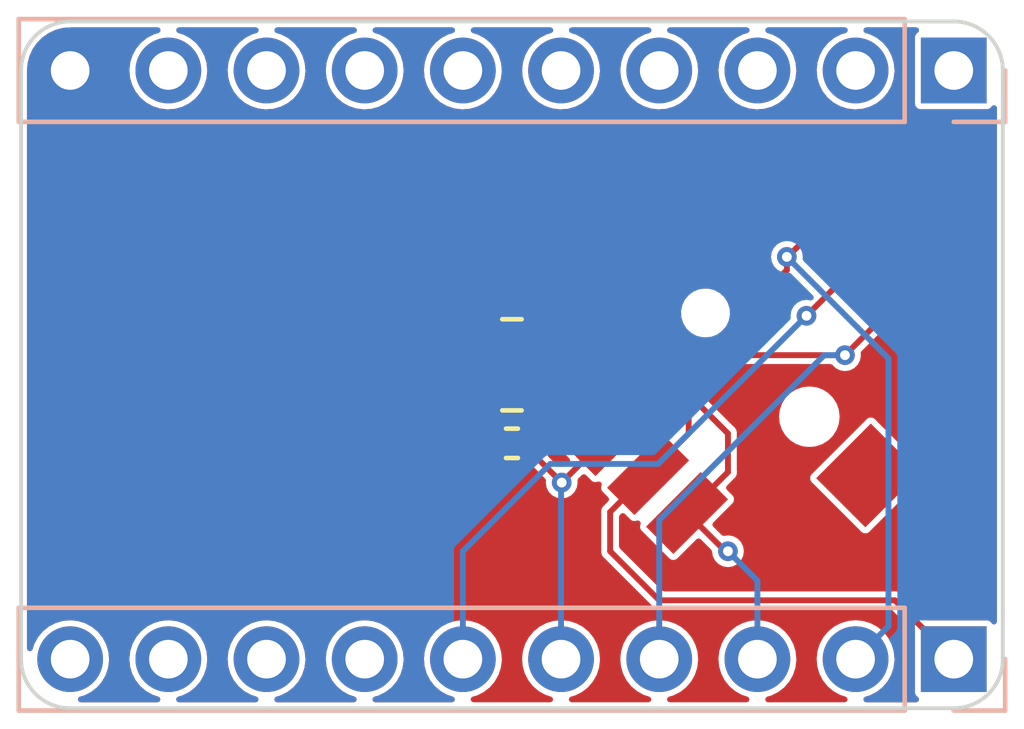
<source format=kicad_pcb>
(kicad_pcb (version 20211014) (generator pcbnew)
  (layers (0 "F.Cu" signal) (31 "B.Cu" signal) (34 "B.Paste" user) (35 "F.Paste" user) (36 "B.SilkS" user "B.Silkscreen") (37 "F.SilkS" user "F.Silkscreen") (38 "B.Mask" user) (39 "F.Mask" user) (44 "Edge.Cuts" user))
  (net 0 "")
  (net 14 "/Joystick/Q_PUSH")
  (net 15 "/Joystick/Q_RIGHT")
  (net 16 "/Joystick/Q_LEFT")
  (net 17 "/Joystick/Q_DOWN")
  (net 18 "/Joystick/Q_UP")
  (net 19 "/Joystick/Q_3V3")
  (net 20 "/Joystick/Q_GND")
  (footprint "KwanSystems:JS1400" (layer "F.Cu") (at 120.65 72.39 45)
    (fp_text reference "S3501" hide)
    (fp_text value "JS1400")
    (fp_rect (start -1 -4.95) (end 1 -3.15) (layer "F.Cu") (width 0.001) (fill solid))
    (fp_rect (start -1 4.95) (end 1 3.15) (layer "F.Cu") (width 0.001) (fill solid))
    (pad "" np_thru_hole circle (at 0 1.9 45) (size 1.05 1.05) (drill 1.05) (layers F&B.Cu *.Mask))
    (pad "" np_thru_hole circle (at 0 -1.9 45) (size 0.75 0.75) (drill 0.75) (layers F&B.Cu *.Mask))
    (pad "A" smd rect (at -4 -1.425 45) (size 2 1) (layers "F.Cu" "F.Paste" "F.Mask") (net 16 "/Joystick/Q_LEFT"))
    (pad "B" smd rect (at 4 -1.425 45) (size 2 1) (layers "F.Cu" "F.Paste" "F.Mask") (net 18 "/Joystick/Q_UP"))
    (pad "C" smd rect (at -4 1.425 45) (size 2 1) (layers "F.Cu" "F.Paste" "F.Mask") (net 17 "/Joystick/Q_DOWN"))
    (pad "COM" smd rect (at 4 0 45) (size 2 1) (layers "F.Cu" "F.Paste" "F.Mask") (net 19 "/Joystick/Q_3V3"))
    (pad "D" smd rect (at 4 1.425 45) (size 2 1) (layers "F.Cu" "F.Paste" "F.Mask") (net 15 "/Joystick/Q_RIGHT"))
    (pad "PUSH" smd rect (at -4 0 45) (size 2 1) (layers "F.Cu" "F.Paste" "F.Mask") (net 14 "/Joystick/Q_PUSH"))
  )
  (footprint "Resistor_SMD:R_0402_1005Metric" (layer "F.Cu") (at 114.3 74.422)
    (fp_text reference "R3502" hide)
    (fp_text value "5.1k" hide)
    (fp_line (start -0.153641 0.38) (end 0.153641 0.38) (layer "F.SilkS") (width 0.12))
    (fp_line (start -0.153641 -0.38) (end 0.153641 -0.38) (layer "F.SilkS") (width 0.12))
    (pad "1" smd roundrect (at -0.51 0) (size 0.54 0.64) (layers "F.Cu" "F.Paste" "F.Mask") (net 20 "/Joystick/Q_GND"))
    (pad "2" smd roundrect (at 0.51 0) (size 0.54 0.64) (layers "F.Cu" "F.Paste" "F.Mask") (net 16 "/Joystick/Q_LEFT"))
  )
  (footprint "KwanSystems:R_Array_Convex_4x0402" (layer "F.Cu") (at 114.3 72.39)
    (fp_text reference "R3501" hide)
    (fp_text value "2.2k" hide)
    (fp_line (start 0.25 -1.18) (end -0.25 -1.18) (layer "F.SilkS") (width 0.12))
    (fp_line (start 0.25 1.18) (end -0.25 1.18) (layer "F.SilkS") (width 0.12))
    (pad "1" smd rect (at -0.5 -0.8) (size 0.5 0.4) (layers "F.Cu" "F.Paste" "F.Mask") (net 20 "/Joystick/Q_GND"))
    (pad "2" smd rect (at -0.5 -0.25) (size 0.5 0.3) (layers "F.Cu" "F.Paste" "F.Mask") (net 20 "/Joystick/Q_GND"))
    (pad "3" smd rect (at -0.5 0.25) (size 0.5 0.3) (layers "F.Cu" "F.Paste" "F.Mask") (net 20 "/Joystick/Q_GND"))
    (pad "4" smd rect (at -0.5 0.8) (size 0.5 0.4) (layers "F.Cu" "F.Paste" "F.Mask") (net 20 "/Joystick/Q_GND"))
    (pad "5" smd rect (at 0.5 0.8) (size 0.5 0.4) (layers "F.Cu" "F.Paste" "F.Mask") (net 14 "/Joystick/Q_PUSH"))
    (pad "6" smd rect (at 0.5 0.25) (size 0.5 0.3) (layers "F.Cu" "F.Paste" "F.Mask") (net 17 "/Joystick/Q_DOWN"))
    (pad "7" smd rect (at 0.5 -0.25) (size 0.5 0.3) (layers "F.Cu" "F.Paste" "F.Mask") (net 15 "/Joystick/Q_RIGHT"))
    (pad "8" smd rect (at 0.5 -0.8) (size 0.5 0.4) (layers "F.Cu" "F.Paste" "F.Mask") (net 18 "/Joystick/Q_UP"))
  )
  (footprint "Connector_PinHeader_2.54mm:PinHeader_1x10_P2.54mm_Vertical" (layer "B.Cu") (at 125.73 80.01 90)
    (fp_text reference "J3501" hide)
    (fp_text value "Conn_01x10" hide)
    (fp_line (start -1.33 -1.27) (end 1.33 -1.27) (layer "B.SilkS") (width 0.12))
    (fp_line (start -1.33 1.33) (end 0 1.33) (layer "B.SilkS") (width 0.12))
    (fp_line (start -1.33 0) (end -1.33 1.33) (layer "B.SilkS") (width 0.12))
    (fp_line (start -1.33 -24.19) (end 1.33 -24.19) (layer "B.SilkS") (width 0.12))
    (fp_line (start 1.33 -1.27) (end 1.33 -24.19) (layer "B.SilkS") (width 0.12))
    (fp_line (start -1.33 -1.27) (end -1.33 -24.19) (layer "B.SilkS") (width 0.12))
    (pad "1" thru_hole rect (at 0 0 90) (size 1.7 1.7) (drill 1) (layers *.Cu *.Mask) (net 14 "/Joystick/Q_PUSH"))
    (pad "2" thru_hole oval (at 0 -2.54 90) (size 1.7 1.7) (drill 1) (layers *.Cu *.Mask) (net 18 "/Joystick/Q_UP"))
    (pad "3" thru_hole oval (at 0 -5.08 90) (size 1.7 1.7) (drill 1) (layers *.Cu *.Mask) (net 17 "/Joystick/Q_DOWN"))
    (pad "4" thru_hole oval (at 0 -7.62 90) (size 1.7 1.7) (drill 1) (layers *.Cu *.Mask) (net 15 "/Joystick/Q_RIGHT"))
    (pad "5" thru_hole oval (at 0 -10.16 90) (size 1.7 1.7) (drill 1) (layers *.Cu *.Mask) (net 16 "/Joystick/Q_LEFT"))
    (pad "6" thru_hole oval (at 0 -12.7 90) (size 1.7 1.7) (drill 1) (layers *.Cu *.Mask) (net 19 "/Joystick/Q_3V3"))
    (pad "7" thru_hole oval (at 0 -15.24 90) (size 1.7 1.7) (drill 1) (layers *.Cu *.Mask))
    (pad "8" thru_hole oval (at 0 -17.78 90) (size 1.7 1.7) (drill 1) (layers *.Cu *.Mask))
    (pad "9" thru_hole oval (at 0 -20.32 90) (size 1.7 1.7) (drill 1) (layers *.Cu *.Mask))
    (pad "10" thru_hole oval (at 0 -22.86 90) (size 1.7 1.7) (drill 1) (layers *.Cu *.Mask))
  )
  (footprint "Connector_PinHeader_2.54mm:PinHeader_1x10_P2.54mm_Vertical" (layer "B.Cu") (at 125.73 64.77 90)
    (fp_text reference "J3502" hide)
    (fp_text value "Conn_01x10" hide)
    (fp_line (start -1.33 -1.27) (end -1.33 -24.19) (layer "B.SilkS") (width 0.12))
    (fp_line (start -1.33 -24.19) (end 1.33 -24.19) (layer "B.SilkS") (width 0.12))
    (fp_line (start -1.33 0) (end -1.33 1.33) (layer "B.SilkS") (width 0.12))
    (fp_line (start 1.33 -1.27) (end 1.33 -24.19) (layer "B.SilkS") (width 0.12))
    (fp_line (start -1.33 1.33) (end 0 1.33) (layer "B.SilkS") (width 0.12))
    (fp_line (start -1.33 -1.27) (end 1.33 -1.27) (layer "B.SilkS") (width 0.12))
    (pad "1" thru_hole rect (at 0 0 90) (size 1.7 1.7) (drill 1) (layers *.Cu *.Mask))
    (pad "2" thru_hole oval (at 0 -2.54 90) (size 1.7 1.7) (drill 1) (layers *.Cu *.Mask))
    (pad "3" thru_hole oval (at 0 -5.08 90) (size 1.7 1.7) (drill 1) (layers *.Cu *.Mask))
    (pad "4" thru_hole oval (at 0 -7.62 90) (size 1.7 1.7) (drill 1) (layers *.Cu *.Mask))
    (pad "5" thru_hole oval (at 0 -10.16 90) (size 1.7 1.7) (drill 1) (layers *.Cu *.Mask))
    (pad "6" thru_hole oval (at 0 -12.7 90) (size 1.7 1.7) (drill 1) (layers *.Cu *.Mask))
    (pad "7" thru_hole oval (at 0 -15.24 90) (size 1.7 1.7) (drill 1) (layers *.Cu *.Mask))
    (pad "8" thru_hole oval (at 0 -17.78 90) (size 1.7 1.7) (drill 1) (layers *.Cu *.Mask))
    (pad "9" thru_hole oval (at 0 -20.32 90) (size 1.7 1.7) (drill 1) (layers *.Cu *.Mask))
    (pad "10" thru_hole oval (at 0 -22.86 90) (size 1.7 1.7) (drill 1) (layers *.Cu *.Mask) (net 20 "/Joystick/Q_GND"))
  )
  (gr_arc (start 127 80.01) (mid 126.628026 80.908026) (end 125.73 81.28) (layer "Edge.Cuts") (width 0.1))
  (gr_arc (start 125.73 63.5) (mid 126.628026 63.871974) (end 127 64.77) (layer "Edge.Cuts") (width 0.1))
  (gr_arc (start 102.87 81.28) (mid 101.971974 80.908026) (end 101.6 80.01) (layer "Edge.Cuts") (width 0.1))
  (gr_line (start 127 64.77) (end 127 80.01) (layer "Edge.Cuts") (width 0.1))
  (gr_line (start 125.73 81.28) (end 102.87 81.28) (layer "Edge.Cuts") (width 0.1))
  (gr_line (start 101.6 64.77) (end 101.6 80.01) (layer "Edge.Cuts") (width 0.1))
  (gr_arc (start 101.6 64.77) (mid 101.971974 63.871974) (end 102.87 63.5) (layer "Edge.Cuts") (width 0.1))
  (gr_line (start 102.87 63.5) (end 125.73 63.5) (layer "Edge.Cuts") (width 0.1))
  (segment (start 118.872 73.582374) (end 118.872 74.168) (width 0.1524) (layer "F.Cu") (net 14))
  (segment (start 116.84 76.2) (end 116.84 77.216) (width 0.1524) (layer "F.Cu") (net 14))
  (segment (start 115.278 73.19) (end 115.54598 72.92202) (width 0.1524) (layer "F.Cu") (net 14))
  (segment (start 117.821573 75.218427) (end 117.114466 75.925534) (width 0.1524) (layer "F.Cu") (net 14))
  (segment (start 118.11 78.486) (end 124.206 78.486) (width 0.1524) (layer "F.Cu") (net 14))
  (segment (start 118.872 74.168) (end 117.821573 75.218427) (width 0.1524) (layer "F.Cu") (net 14))
  (segment (start 124.206 78.486) (end 125.73 80.01) (width 0.1524) (layer "F.Cu") (net 14))
  (segment (start 115.54598 72.92202) (end 118.211646 72.92202) (width 0.1524) (layer "F.Cu") (net 14))
  (segment (start 118.211646 72.92202) (end 118.872 73.582374) (width 0.1524) (layer "F.Cu") (net 14))
  (segment (start 117.821573 75.218427) (end 116.84 76.2) (width 0.1524) (layer "F.Cu") (net 14))
  (segment (start 114.8 73.19) (end 115.278 73.19) (width 0.1524) (layer "F.Cu") (net 14))
  (segment (start 116.84 77.216) (end 118.11 78.486) (width 0.1524) (layer "F.Cu") (net 14))
  (segment (start 114.8 72.14) (end 122.915254 72.14) (width 0.1524) (layer "F.Cu") (net 15))
  (segment (start 124.486054 70.5692) (end 122.915254 72.14) (width 0.1524) (layer "F.Cu") (net 15))
  (via (at 122.915254 72.14) (size 0.508) (drill 0.254) (layers "F.Cu" "B.Cu") (net 15))
  (segment (start 118.11 80.01) (end 118.11 76.408247) (width 0.1524) (layer "B.Cu") (net 15))
  (segment (start 118.11 76.408247) (end 122.378247 72.14) (width 0.1524) (layer "B.Cu") (net 15))
  (segment (start 122.378247 72.14) (end 122.915254 72.14) (width 0.1524) (layer "B.Cu") (net 15))
  (segment (start 116.813946 74.2108) (end 115.586746 75.438) (width 0.1524) (layer "F.Cu") (net 16))
  (segment (start 114.81 74.422) (end 114.81 74.661254) (width 0.1524) (layer "F.Cu") (net 16))
  (segment (start 114.81 74.661254) (end 115.586746 75.438) (width 0.1524) (layer "F.Cu") (net 16))
  (via (at 115.586746 75.438) (size 0.508) (drill 0.254) (layers "F.Cu" "B.Cu") (net 16))
  (segment (start 115.57 75.454746) (end 115.586746 75.438) (width 0.1524) (layer "B.Cu") (net 16))
  (segment (start 115.57 80.01) (end 115.57 75.454746) (width 0.1524) (layer "B.Cu") (net 16))
  (segment (start 118.3377 72.6177) (end 119.888 74.168) (width 0.1524) (layer "F.Cu") (net 17))
  (segment (start 119.888 75.167254) (end 118.8292 76.226054) (width 0.1524) (layer "F.Cu") (net 17))
  (segment (start 119.888 77.216) (end 119.819146 77.216) (width 0.1524) (layer "F.Cu") (net 17))
  (segment (start 114.8 72.64) (end 114.8223 72.6177) (width 0.1524) (layer "F.Cu") (net 17))
  (segment (start 114.8223 72.6177) (end 118.3377 72.6177) (width 0.1524) (layer "F.Cu") (net 17))
  (segment (start 119.888 74.168) (end 119.888 75.167254) (width 0.1524) (layer "F.Cu") (net 17))
  (segment (start 119.819146 77.216) (end 118.8292 76.226054) (width 0.1524) (layer "F.Cu") (net 17))
  (via (at 119.888 77.216) (size 0.508) (drill 0.254) (layers "F.Cu" "B.Cu") (net 17))
  (segment (start 120.65 77.978) (end 119.888 77.216) (width 0.1524) (layer "B.Cu") (net 17))
  (segment (start 120.65 80.01) (end 120.65 77.978) (width 0.1524) (layer "B.Cu") (net 17))
  (segment (start 119.598403 71.751218) (end 121.412 69.937621) (width 0.1524) (layer "F.Cu") (net 18))
  (segment (start 117.31 71.59) (end 117.471218 71.751218) (width 0.1524) (layer "F.Cu") (net 18))
  (segment (start 121.412 69.596) (end 121.428746 69.596) (width 0.1524) (layer "F.Cu") (net 18))
  (segment (start 117.471218 71.751218) (end 119.598403 71.751218) (width 0.1524) (layer "F.Cu") (net 18))
  (segment (start 114.8 71.59) (end 117.31 71.59) (width 0.1524) (layer "F.Cu") (net 18))
  (segment (start 121.412 69.937621) (end 121.412 69.596) (width 0.1524) (layer "F.Cu") (net 18))
  (segment (start 121.428746 69.596) (end 122.4708 68.553946) (width 0.1524) (layer "F.Cu") (net 18))
  (via (at 121.412 69.596) (size 0.508) (drill 0.254) (layers "F.Cu" "B.Cu") (net 18))
  (segment (start 124.04 72.224) (end 121.412 69.596) (width 0.1524) (layer "B.Cu") (net 18))
  (segment (start 123.19 80.01) (end 124.04 79.16) (width 0.1524) (layer "B.Cu") (net 18))
  (segment (start 124.04 79.16) (end 124.04 72.224) (width 0.1524) (layer "B.Cu") (net 18))
  (segment (start 123.478427 69.561573) (end 121.92 71.12) (width 0.1524) (layer "F.Cu") (net 19))
  (via (at 121.92 71.12) (size 0.508) (drill 0.254) (layers "F.Cu" "B.Cu") (net 19))
  (segment (start 118.084111 74.955889) (end 115.290111 74.955889) (width 0.1524) (layer "B.Cu") (net 19))
  (segment (start 121.92 71.12) (end 118.084111 74.955889) (width 0.1524) (layer "B.Cu") (net 19))
  (segment (start 115.290111 74.955889) (end 113.03 77.216) (width 0.1524) (layer "B.Cu") (net 19))
  (segment (start 113.03 77.216) (end 113.03 80.01) (width 0.1524) (layer "B.Cu") (net 19))
  (zone (net 20) (net_name "/Joystick/Q_GND") (layers F&B.Cu) (connect_pads yes (clearance 0.1524)) (min_thickness 0.1524) (fill yes (thermal_gap 0.508) (thermal_bridge_width 0.508))
    (polygon (pts (xy 127 81.28) (xy 101.6 81.28) (xy 101.6 63.5) (xy 127 63.5)))
  )
)
</source>
